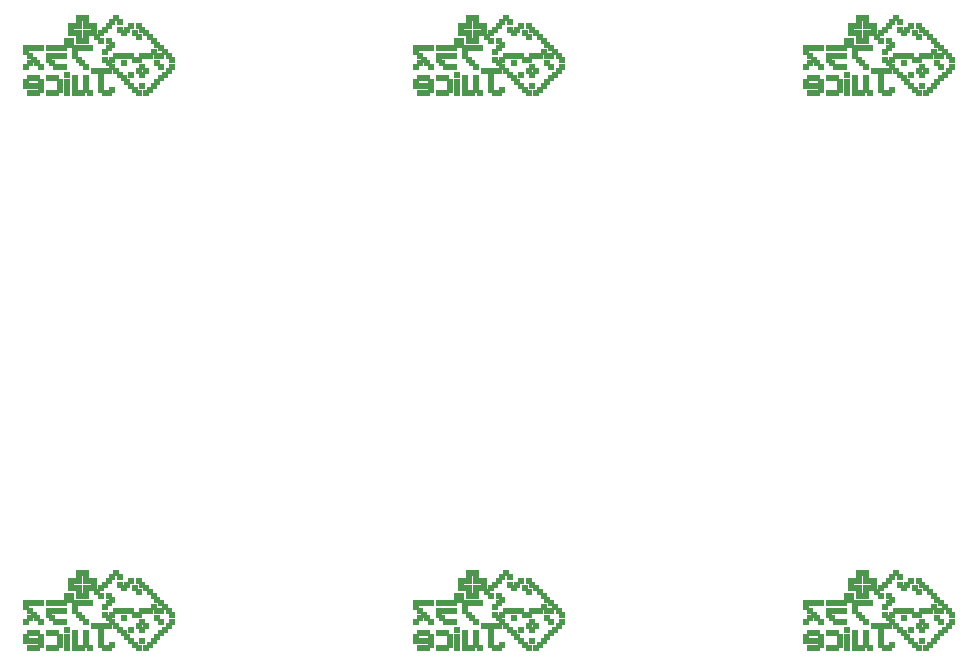
<source format=gbr>
%FSLAX34Y34*%
%MOMM*%
%LNSMDMASK_TOP*%
G71*
G01*
%ADD10R, 0.47X0.47*%
%LPD*%
X323850Y946150D02*
G54D10*
D03*
X320675Y942975D02*
G54D10*
D03*
X317500Y939800D02*
G54D10*
D03*
X314325Y936625D02*
G54D10*
D03*
X323850Y952500D02*
G54D10*
D03*
X320675Y955675D02*
G54D10*
D03*
X317500Y958850D02*
G54D10*
D03*
X314325Y962025D02*
G54D10*
D03*
X311150Y965200D02*
G54D10*
D03*
X311150Y933450D02*
G54D10*
D03*
X307975Y930275D02*
G54D10*
D03*
X304800Y927100D02*
G54D10*
D03*
X301625Y923925D02*
G54D10*
D03*
X295275Y923925D02*
G54D10*
D03*
X292100Y927100D02*
G54D10*
D03*
X288925Y930275D02*
G54D10*
D03*
X285750Y933450D02*
G54D10*
D03*
X282575Y936625D02*
G54D10*
D03*
X279400Y939800D02*
G54D10*
D03*
X276225Y942975D02*
G54D10*
D03*
X273050Y946150D02*
G54D10*
D03*
X269875Y949325D02*
G54D10*
D03*
X307975Y968375D02*
G54D10*
D03*
X304800Y971550D02*
G54D10*
D03*
X301625Y974725D02*
G54D10*
D03*
X298450Y977900D02*
G54D10*
D03*
X282575Y974725D02*
G54D10*
D03*
X273050Y965200D02*
G54D10*
D03*
X269875Y968375D02*
G54D10*
D03*
X279400Y977900D02*
G54D10*
D03*
X279400Y984250D02*
G54D10*
D03*
X276225Y987425D02*
G54D10*
D03*
X273050Y984250D02*
G54D10*
D03*
X269875Y981075D02*
G54D10*
D03*
X266700Y977900D02*
G54D10*
D03*
X263525Y974725D02*
G54D10*
D03*
X260350Y971550D02*
G54D10*
D03*
X263525Y968375D02*
G54D10*
D03*
X314325Y955675D02*
G54D10*
D03*
X311150Y955675D02*
G54D10*
D03*
X307975Y958850D02*
G54D10*
D03*
X304800Y955675D02*
G54D10*
D03*
X301625Y955675D02*
G54D10*
D03*
X298450Y955675D02*
G54D10*
D03*
X295275Y952500D02*
G54D10*
D03*
X292100Y952500D02*
G54D10*
D03*
X288925Y955675D02*
G54D10*
D03*
X285750Y955675D02*
G54D10*
D03*
X282575Y955675D02*
G54D10*
D03*
X279400Y955675D02*
G54D10*
D03*
X276225Y955675D02*
G54D10*
D03*
X273050Y952500D02*
G54D10*
D03*
X257175Y981075D02*
G54D10*
D03*
X257175Y977900D02*
G54D10*
D03*
X257175Y974725D02*
G54D10*
D03*
X254000Y974725D02*
G54D10*
D03*
X254000Y981075D02*
G54D10*
D03*
X250825Y981075D02*
G54D10*
D03*
X250825Y984250D02*
G54D10*
D03*
X250825Y987425D02*
G54D10*
D03*
X247650Y987425D02*
G54D10*
D03*
X244475Y987425D02*
G54D10*
D03*
X244475Y984250D02*
G54D10*
D03*
X244475Y981075D02*
G54D10*
D03*
X241300Y981075D02*
G54D10*
D03*
X238125Y981075D02*
G54D10*
D03*
X238125Y977900D02*
G54D10*
D03*
X238125Y974725D02*
G54D10*
D03*
X241300Y974725D02*
G54D10*
D03*
X244475Y974725D02*
G54D10*
D03*
X250825Y974725D02*
G54D10*
D03*
X250825Y971550D02*
G54D10*
D03*
X250825Y968375D02*
G54D10*
D03*
X247650Y968375D02*
G54D10*
D03*
X244475Y968375D02*
G54D10*
D03*
X244475Y971550D02*
G54D10*
D03*
X295275Y981075D02*
G54D10*
D03*
X288925Y981075D02*
G54D10*
D03*
X285750Y977900D02*
G54D10*
D03*
X269875Y962025D02*
G54D10*
D03*
X266700Y958850D02*
G54D10*
D03*
X266700Y952500D02*
G54D10*
D03*
X269875Y942975D02*
G54D10*
D03*
X266700Y942975D02*
G54D10*
D03*
X263525Y942975D02*
G54D10*
D03*
X260350Y942975D02*
G54D10*
D03*
X257175Y942975D02*
G54D10*
D03*
X263525Y939800D02*
G54D10*
D03*
X263525Y936625D02*
G54D10*
D03*
X263525Y933450D02*
G54D10*
D03*
X263525Y930275D02*
G54D10*
D03*
X263525Y927100D02*
G54D10*
D03*
X266700Y923925D02*
G54D10*
D03*
X269875Y923925D02*
G54D10*
D03*
X273050Y927100D02*
G54D10*
D03*
X254000Y923925D02*
G54D10*
D03*
X250825Y927100D02*
G54D10*
D03*
X250825Y930275D02*
G54D10*
D03*
X250825Y933450D02*
G54D10*
D03*
X250825Y936625D02*
G54D10*
D03*
X247650Y923925D02*
G54D10*
D03*
X244475Y923925D02*
G54D10*
D03*
X241300Y923925D02*
G54D10*
D03*
X241300Y927100D02*
G54D10*
D03*
X241300Y930275D02*
G54D10*
D03*
X241300Y933450D02*
G54D10*
D03*
X241300Y936625D02*
G54D10*
D03*
X234950Y939800D02*
G54D10*
D03*
X234950Y933450D02*
G54D10*
D03*
X234950Y930275D02*
G54D10*
D03*
X234950Y927100D02*
G54D10*
D03*
X234950Y923925D02*
G54D10*
D03*
X228600Y927100D02*
G54D10*
D03*
X228600Y930275D02*
G54D10*
D03*
X228600Y933450D02*
G54D10*
D03*
X225425Y936625D02*
G54D10*
D03*
X222250Y936625D02*
G54D10*
D03*
X225425Y923925D02*
G54D10*
D03*
X222250Y923925D02*
G54D10*
D03*
X219075Y923925D02*
G54D10*
D03*
X219075Y936625D02*
G54D10*
D03*
X212725Y927100D02*
G54D10*
D03*
X212725Y930275D02*
G54D10*
D03*
X212725Y933450D02*
G54D10*
D03*
X209550Y936625D02*
G54D10*
D03*
X206375Y936625D02*
G54D10*
D03*
X203200Y936625D02*
G54D10*
D03*
X209550Y923925D02*
G54D10*
D03*
X206375Y923925D02*
G54D10*
D03*
X203200Y923925D02*
G54D10*
D03*
X200025Y933450D02*
G54D10*
D03*
X200025Y930275D02*
G54D10*
D03*
X203200Y930275D02*
G54D10*
D03*
X206375Y930275D02*
G54D10*
D03*
X209550Y930275D02*
G54D10*
D03*
X301625Y942975D02*
G54D10*
D03*
X298450Y939800D02*
G54D10*
D03*
X295275Y942975D02*
G54D10*
D03*
X298450Y946150D02*
G54D10*
D03*
X288925Y939800D02*
G54D10*
D03*
X311150Y949325D02*
G54D10*
D03*
X282575Y949325D02*
G54D10*
D03*
X298450Y930275D02*
G54D10*
D03*
X314325Y946150D02*
G54D10*
D03*
X254000Y962025D02*
G54D10*
D03*
X250825Y962025D02*
G54D10*
D03*
X247650Y962025D02*
G54D10*
D03*
X244475Y962025D02*
G54D10*
D03*
X241300Y962025D02*
G54D10*
D03*
X241300Y958850D02*
G54D10*
D03*
X241300Y955675D02*
G54D10*
D03*
X244475Y952500D02*
G54D10*
D03*
X247650Y949325D02*
G54D10*
D03*
X250825Y946150D02*
G54D10*
D03*
X238125Y968375D02*
G54D10*
D03*
X238125Y965200D02*
G54D10*
D03*
X234950Y965200D02*
G54D10*
D03*
X234950Y968375D02*
G54D10*
D03*
X231775Y962025D02*
G54D10*
D03*
X228600Y962025D02*
G54D10*
D03*
X225425Y962025D02*
G54D10*
D03*
X222250Y962025D02*
G54D10*
D03*
X219075Y962025D02*
G54D10*
D03*
X231775Y955675D02*
G54D10*
D03*
X228600Y955675D02*
G54D10*
D03*
X225425Y955675D02*
G54D10*
D03*
X222250Y955675D02*
G54D10*
D03*
X219075Y955675D02*
G54D10*
D03*
X219075Y952500D02*
G54D10*
D03*
X222250Y949325D02*
G54D10*
D03*
X225425Y946150D02*
G54D10*
D03*
X231775Y946150D02*
G54D10*
D03*
X228600Y946150D02*
G54D10*
D03*
X212725Y962025D02*
G54D10*
D03*
X209550Y962025D02*
G54D10*
D03*
X206375Y962025D02*
G54D10*
D03*
X203200Y962025D02*
G54D10*
D03*
X200025Y962025D02*
G54D10*
D03*
X200025Y958850D02*
G54D10*
D03*
X203200Y955675D02*
G54D10*
D03*
X206375Y952500D02*
G54D10*
D03*
X209550Y949325D02*
G54D10*
D03*
X212725Y946150D02*
G54D10*
D03*
X203200Y949325D02*
G54D10*
D03*
X200025Y946150D02*
G54D10*
D03*
X292100Y974725D02*
G54D10*
D03*
X295275Y971550D02*
G54D10*
D03*
X654050Y946150D02*
G54D10*
D03*
X650875Y942975D02*
G54D10*
D03*
X647700Y939800D02*
G54D10*
D03*
X644525Y936625D02*
G54D10*
D03*
X654050Y952500D02*
G54D10*
D03*
X650875Y955675D02*
G54D10*
D03*
X647700Y958850D02*
G54D10*
D03*
X644525Y962025D02*
G54D10*
D03*
X641350Y965200D02*
G54D10*
D03*
X641350Y933450D02*
G54D10*
D03*
X638175Y930275D02*
G54D10*
D03*
X635000Y927100D02*
G54D10*
D03*
X631825Y923925D02*
G54D10*
D03*
X625475Y923925D02*
G54D10*
D03*
X622300Y927100D02*
G54D10*
D03*
X619125Y930275D02*
G54D10*
D03*
X615950Y933450D02*
G54D10*
D03*
X612775Y936625D02*
G54D10*
D03*
X609600Y939800D02*
G54D10*
D03*
X606425Y942975D02*
G54D10*
D03*
X603250Y946150D02*
G54D10*
D03*
X600075Y949325D02*
G54D10*
D03*
X638175Y968375D02*
G54D10*
D03*
X635000Y971550D02*
G54D10*
D03*
X631825Y974725D02*
G54D10*
D03*
X628650Y977900D02*
G54D10*
D03*
X612775Y974725D02*
G54D10*
D03*
X603250Y965200D02*
G54D10*
D03*
X600075Y968375D02*
G54D10*
D03*
X609600Y977900D02*
G54D10*
D03*
X609600Y984250D02*
G54D10*
D03*
X606425Y987425D02*
G54D10*
D03*
X603250Y984250D02*
G54D10*
D03*
X600075Y981075D02*
G54D10*
D03*
X596900Y977900D02*
G54D10*
D03*
X593725Y974725D02*
G54D10*
D03*
X590550Y971550D02*
G54D10*
D03*
X593725Y968375D02*
G54D10*
D03*
X644525Y955675D02*
G54D10*
D03*
X641350Y955675D02*
G54D10*
D03*
X638175Y958850D02*
G54D10*
D03*
X635000Y955675D02*
G54D10*
D03*
X631825Y955675D02*
G54D10*
D03*
X628650Y955675D02*
G54D10*
D03*
X625475Y952500D02*
G54D10*
D03*
X622300Y952500D02*
G54D10*
D03*
X619125Y955675D02*
G54D10*
D03*
X615950Y955675D02*
G54D10*
D03*
X612775Y955675D02*
G54D10*
D03*
X609600Y955675D02*
G54D10*
D03*
X606425Y955675D02*
G54D10*
D03*
X603250Y952500D02*
G54D10*
D03*
X587375Y981075D02*
G54D10*
D03*
X587375Y977900D02*
G54D10*
D03*
X587375Y974725D02*
G54D10*
D03*
X584200Y974725D02*
G54D10*
D03*
X584200Y981075D02*
G54D10*
D03*
X581025Y981075D02*
G54D10*
D03*
X581025Y984250D02*
G54D10*
D03*
X581025Y987425D02*
G54D10*
D03*
X577850Y987425D02*
G54D10*
D03*
X574675Y987425D02*
G54D10*
D03*
X574675Y984250D02*
G54D10*
D03*
X574675Y981075D02*
G54D10*
D03*
X571500Y981075D02*
G54D10*
D03*
X568325Y981075D02*
G54D10*
D03*
X568325Y977900D02*
G54D10*
D03*
X568325Y974725D02*
G54D10*
D03*
X571500Y974725D02*
G54D10*
D03*
X574675Y974725D02*
G54D10*
D03*
X581025Y974725D02*
G54D10*
D03*
X581025Y971550D02*
G54D10*
D03*
X581025Y968375D02*
G54D10*
D03*
X577850Y968375D02*
G54D10*
D03*
X574675Y968375D02*
G54D10*
D03*
X574675Y971550D02*
G54D10*
D03*
X625475Y981075D02*
G54D10*
D03*
X619125Y981075D02*
G54D10*
D03*
X615950Y977900D02*
G54D10*
D03*
X600075Y962025D02*
G54D10*
D03*
X596900Y958850D02*
G54D10*
D03*
X596900Y952500D02*
G54D10*
D03*
X600075Y942975D02*
G54D10*
D03*
X596900Y942975D02*
G54D10*
D03*
X593725Y942975D02*
G54D10*
D03*
X590550Y942975D02*
G54D10*
D03*
X587375Y942975D02*
G54D10*
D03*
X593725Y939800D02*
G54D10*
D03*
X593725Y936625D02*
G54D10*
D03*
X593725Y933450D02*
G54D10*
D03*
X593725Y930275D02*
G54D10*
D03*
X593725Y927100D02*
G54D10*
D03*
X596900Y923925D02*
G54D10*
D03*
X600075Y923925D02*
G54D10*
D03*
X603250Y927100D02*
G54D10*
D03*
X584200Y923925D02*
G54D10*
D03*
X581025Y927100D02*
G54D10*
D03*
X581025Y930275D02*
G54D10*
D03*
X581025Y933450D02*
G54D10*
D03*
X581025Y936625D02*
G54D10*
D03*
X577850Y923925D02*
G54D10*
D03*
X574675Y923925D02*
G54D10*
D03*
X571500Y923925D02*
G54D10*
D03*
X571500Y927100D02*
G54D10*
D03*
X571500Y930275D02*
G54D10*
D03*
X571500Y933450D02*
G54D10*
D03*
X571500Y936625D02*
G54D10*
D03*
X565150Y939800D02*
G54D10*
D03*
X565150Y933450D02*
G54D10*
D03*
X565150Y930275D02*
G54D10*
D03*
X565150Y927100D02*
G54D10*
D03*
X565150Y923925D02*
G54D10*
D03*
X558800Y927100D02*
G54D10*
D03*
X558800Y930275D02*
G54D10*
D03*
X558800Y933450D02*
G54D10*
D03*
X555625Y936625D02*
G54D10*
D03*
X552450Y936625D02*
G54D10*
D03*
X555625Y923925D02*
G54D10*
D03*
X552450Y923925D02*
G54D10*
D03*
X549275Y923925D02*
G54D10*
D03*
X549275Y936625D02*
G54D10*
D03*
X542925Y927100D02*
G54D10*
D03*
X542925Y930275D02*
G54D10*
D03*
X542925Y933450D02*
G54D10*
D03*
X539750Y936625D02*
G54D10*
D03*
X536575Y936625D02*
G54D10*
D03*
X533400Y936625D02*
G54D10*
D03*
X539750Y923925D02*
G54D10*
D03*
X536575Y923925D02*
G54D10*
D03*
X533400Y923925D02*
G54D10*
D03*
X530225Y933450D02*
G54D10*
D03*
X530225Y930275D02*
G54D10*
D03*
X533400Y930275D02*
G54D10*
D03*
X536575Y930275D02*
G54D10*
D03*
X539750Y930275D02*
G54D10*
D03*
X631825Y942975D02*
G54D10*
D03*
X628650Y939800D02*
G54D10*
D03*
X625475Y942975D02*
G54D10*
D03*
X628650Y946150D02*
G54D10*
D03*
X619125Y939800D02*
G54D10*
D03*
X641350Y949325D02*
G54D10*
D03*
X612775Y949325D02*
G54D10*
D03*
X628650Y930275D02*
G54D10*
D03*
X644525Y946150D02*
G54D10*
D03*
X584200Y962025D02*
G54D10*
D03*
X581025Y962025D02*
G54D10*
D03*
X577850Y962025D02*
G54D10*
D03*
X574675Y962025D02*
G54D10*
D03*
X571500Y962025D02*
G54D10*
D03*
X571500Y958850D02*
G54D10*
D03*
X571500Y955675D02*
G54D10*
D03*
X574675Y952500D02*
G54D10*
D03*
X577850Y949325D02*
G54D10*
D03*
X581025Y946150D02*
G54D10*
D03*
X568325Y968375D02*
G54D10*
D03*
X568325Y965200D02*
G54D10*
D03*
X565150Y965200D02*
G54D10*
D03*
X565150Y968375D02*
G54D10*
D03*
X561975Y962025D02*
G54D10*
D03*
X558800Y962025D02*
G54D10*
D03*
X555625Y962025D02*
G54D10*
D03*
X552450Y962025D02*
G54D10*
D03*
X549275Y962025D02*
G54D10*
D03*
X561975Y955675D02*
G54D10*
D03*
X558800Y955675D02*
G54D10*
D03*
X555625Y955675D02*
G54D10*
D03*
X552450Y955675D02*
G54D10*
D03*
X549275Y955675D02*
G54D10*
D03*
X549275Y952500D02*
G54D10*
D03*
X552450Y949325D02*
G54D10*
D03*
X555625Y946150D02*
G54D10*
D03*
X561975Y946150D02*
G54D10*
D03*
X558800Y946150D02*
G54D10*
D03*
X542925Y962025D02*
G54D10*
D03*
X539750Y962025D02*
G54D10*
D03*
X536575Y962025D02*
G54D10*
D03*
X533400Y962025D02*
G54D10*
D03*
X530225Y962025D02*
G54D10*
D03*
X530225Y958850D02*
G54D10*
D03*
X533400Y955675D02*
G54D10*
D03*
X536575Y952500D02*
G54D10*
D03*
X539750Y949325D02*
G54D10*
D03*
X542925Y946150D02*
G54D10*
D03*
X533400Y949325D02*
G54D10*
D03*
X530225Y946150D02*
G54D10*
D03*
X622300Y974725D02*
G54D10*
D03*
X625475Y971550D02*
G54D10*
D03*
X984250Y946150D02*
G54D10*
D03*
X981075Y942975D02*
G54D10*
D03*
X977900Y939800D02*
G54D10*
D03*
X974725Y936625D02*
G54D10*
D03*
X984250Y952500D02*
G54D10*
D03*
X981075Y955675D02*
G54D10*
D03*
X977900Y958850D02*
G54D10*
D03*
X974725Y962025D02*
G54D10*
D03*
X971550Y965200D02*
G54D10*
D03*
X971550Y933450D02*
G54D10*
D03*
X968375Y930275D02*
G54D10*
D03*
X965200Y927100D02*
G54D10*
D03*
X962025Y923925D02*
G54D10*
D03*
X955675Y923925D02*
G54D10*
D03*
X952500Y927100D02*
G54D10*
D03*
X949325Y930275D02*
G54D10*
D03*
X946150Y933450D02*
G54D10*
D03*
X942975Y936625D02*
G54D10*
D03*
X939800Y939800D02*
G54D10*
D03*
X936625Y942975D02*
G54D10*
D03*
X933450Y946150D02*
G54D10*
D03*
X930275Y949325D02*
G54D10*
D03*
X968375Y968375D02*
G54D10*
D03*
X965200Y971550D02*
G54D10*
D03*
X962025Y974725D02*
G54D10*
D03*
X958850Y977900D02*
G54D10*
D03*
X942975Y974725D02*
G54D10*
D03*
X933450Y965200D02*
G54D10*
D03*
X930275Y968375D02*
G54D10*
D03*
X939800Y977900D02*
G54D10*
D03*
X939800Y984250D02*
G54D10*
D03*
X936625Y987425D02*
G54D10*
D03*
X933450Y984250D02*
G54D10*
D03*
X930275Y981075D02*
G54D10*
D03*
X927100Y977900D02*
G54D10*
D03*
X923925Y974725D02*
G54D10*
D03*
X920750Y971550D02*
G54D10*
D03*
X923925Y968375D02*
G54D10*
D03*
X974725Y955675D02*
G54D10*
D03*
X971550Y955675D02*
G54D10*
D03*
X968375Y958850D02*
G54D10*
D03*
X965200Y955675D02*
G54D10*
D03*
X962025Y955675D02*
G54D10*
D03*
X958850Y955675D02*
G54D10*
D03*
X955675Y952500D02*
G54D10*
D03*
X952500Y952500D02*
G54D10*
D03*
X949325Y955675D02*
G54D10*
D03*
X946150Y955675D02*
G54D10*
D03*
X942975Y955675D02*
G54D10*
D03*
X939800Y955675D02*
G54D10*
D03*
X936625Y955675D02*
G54D10*
D03*
X933450Y952500D02*
G54D10*
D03*
X917575Y981075D02*
G54D10*
D03*
X917575Y977900D02*
G54D10*
D03*
X917575Y974725D02*
G54D10*
D03*
X914400Y974725D02*
G54D10*
D03*
X914400Y981075D02*
G54D10*
D03*
X911225Y981075D02*
G54D10*
D03*
X911225Y984250D02*
G54D10*
D03*
X911225Y987425D02*
G54D10*
D03*
X908050Y987425D02*
G54D10*
D03*
X904875Y987425D02*
G54D10*
D03*
X904875Y984250D02*
G54D10*
D03*
X904875Y981075D02*
G54D10*
D03*
X901700Y981075D02*
G54D10*
D03*
X898525Y981075D02*
G54D10*
D03*
X898525Y977900D02*
G54D10*
D03*
X898525Y974725D02*
G54D10*
D03*
X901700Y974725D02*
G54D10*
D03*
X904875Y974725D02*
G54D10*
D03*
X911225Y974725D02*
G54D10*
D03*
X911225Y971550D02*
G54D10*
D03*
X911225Y968375D02*
G54D10*
D03*
X908050Y968375D02*
G54D10*
D03*
X904875Y968375D02*
G54D10*
D03*
X904875Y971550D02*
G54D10*
D03*
X955675Y981075D02*
G54D10*
D03*
X949325Y981075D02*
G54D10*
D03*
X946150Y977900D02*
G54D10*
D03*
X930275Y962025D02*
G54D10*
D03*
X927100Y958850D02*
G54D10*
D03*
X927100Y952500D02*
G54D10*
D03*
X930275Y942975D02*
G54D10*
D03*
X927100Y942975D02*
G54D10*
D03*
X923925Y942975D02*
G54D10*
D03*
X920750Y942975D02*
G54D10*
D03*
X917575Y942975D02*
G54D10*
D03*
X923925Y939800D02*
G54D10*
D03*
X923925Y936625D02*
G54D10*
D03*
X923925Y933450D02*
G54D10*
D03*
X923925Y930275D02*
G54D10*
D03*
X923925Y927100D02*
G54D10*
D03*
X927100Y923925D02*
G54D10*
D03*
X930275Y923925D02*
G54D10*
D03*
X933450Y927100D02*
G54D10*
D03*
X914400Y923925D02*
G54D10*
D03*
X911225Y927100D02*
G54D10*
D03*
X911225Y930275D02*
G54D10*
D03*
X911225Y933450D02*
G54D10*
D03*
X911225Y936625D02*
G54D10*
D03*
X908050Y923925D02*
G54D10*
D03*
X904875Y923925D02*
G54D10*
D03*
X901700Y923925D02*
G54D10*
D03*
X901700Y927100D02*
G54D10*
D03*
X901700Y930275D02*
G54D10*
D03*
X901700Y933450D02*
G54D10*
D03*
X901700Y936625D02*
G54D10*
D03*
X895350Y939800D02*
G54D10*
D03*
X895350Y933450D02*
G54D10*
D03*
X895350Y930275D02*
G54D10*
D03*
X895350Y927100D02*
G54D10*
D03*
X895350Y923925D02*
G54D10*
D03*
X889000Y927100D02*
G54D10*
D03*
X889000Y930275D02*
G54D10*
D03*
X889000Y933450D02*
G54D10*
D03*
X885825Y936625D02*
G54D10*
D03*
X882650Y936625D02*
G54D10*
D03*
X885825Y923925D02*
G54D10*
D03*
X882650Y923925D02*
G54D10*
D03*
X879475Y923925D02*
G54D10*
D03*
X879475Y936625D02*
G54D10*
D03*
X873125Y927100D02*
G54D10*
D03*
X873125Y930275D02*
G54D10*
D03*
X873125Y933450D02*
G54D10*
D03*
X869950Y936625D02*
G54D10*
D03*
X866775Y936625D02*
G54D10*
D03*
X863600Y936625D02*
G54D10*
D03*
X869950Y923925D02*
G54D10*
D03*
X866775Y923925D02*
G54D10*
D03*
X863600Y923925D02*
G54D10*
D03*
X860425Y933450D02*
G54D10*
D03*
X860425Y930275D02*
G54D10*
D03*
X863600Y930275D02*
G54D10*
D03*
X866775Y930275D02*
G54D10*
D03*
X869950Y930275D02*
G54D10*
D03*
X962025Y942975D02*
G54D10*
D03*
X958850Y939800D02*
G54D10*
D03*
X955675Y942975D02*
G54D10*
D03*
X958850Y946150D02*
G54D10*
D03*
X949325Y939800D02*
G54D10*
D03*
X971550Y949325D02*
G54D10*
D03*
X942975Y949325D02*
G54D10*
D03*
X958850Y930275D02*
G54D10*
D03*
X974725Y946150D02*
G54D10*
D03*
X914400Y962025D02*
G54D10*
D03*
X911225Y962025D02*
G54D10*
D03*
X908050Y962025D02*
G54D10*
D03*
X904875Y962025D02*
G54D10*
D03*
X901700Y962025D02*
G54D10*
D03*
X901700Y958850D02*
G54D10*
D03*
X901700Y955675D02*
G54D10*
D03*
X904875Y952500D02*
G54D10*
D03*
X908050Y949325D02*
G54D10*
D03*
X911225Y946150D02*
G54D10*
D03*
X898525Y968375D02*
G54D10*
D03*
X898525Y965200D02*
G54D10*
D03*
X895350Y965200D02*
G54D10*
D03*
X895350Y968375D02*
G54D10*
D03*
X892175Y962025D02*
G54D10*
D03*
X889000Y962025D02*
G54D10*
D03*
X885825Y962025D02*
G54D10*
D03*
X882650Y962025D02*
G54D10*
D03*
X879475Y962025D02*
G54D10*
D03*
X892175Y955675D02*
G54D10*
D03*
X889000Y955675D02*
G54D10*
D03*
X885825Y955675D02*
G54D10*
D03*
X882650Y955675D02*
G54D10*
D03*
X879475Y955675D02*
G54D10*
D03*
X879475Y952500D02*
G54D10*
D03*
X882650Y949325D02*
G54D10*
D03*
X885825Y946150D02*
G54D10*
D03*
X892175Y946150D02*
G54D10*
D03*
X889000Y946150D02*
G54D10*
D03*
X873125Y962025D02*
G54D10*
D03*
X869950Y962025D02*
G54D10*
D03*
X866775Y962025D02*
G54D10*
D03*
X863600Y962025D02*
G54D10*
D03*
X860425Y962025D02*
G54D10*
D03*
X860425Y958850D02*
G54D10*
D03*
X863600Y955675D02*
G54D10*
D03*
X866775Y952500D02*
G54D10*
D03*
X869950Y949325D02*
G54D10*
D03*
X873125Y946150D02*
G54D10*
D03*
X863600Y949325D02*
G54D10*
D03*
X860425Y946150D02*
G54D10*
D03*
X952500Y974725D02*
G54D10*
D03*
X955675Y971550D02*
G54D10*
D03*
X323850Y476250D02*
G54D10*
D03*
X320675Y473075D02*
G54D10*
D03*
X317500Y469900D02*
G54D10*
D03*
X314325Y466725D02*
G54D10*
D03*
X323850Y482600D02*
G54D10*
D03*
X320675Y485775D02*
G54D10*
D03*
X317500Y488950D02*
G54D10*
D03*
X314325Y492125D02*
G54D10*
D03*
X311150Y495300D02*
G54D10*
D03*
X311150Y463550D02*
G54D10*
D03*
X307975Y460375D02*
G54D10*
D03*
X304800Y457200D02*
G54D10*
D03*
X301625Y454025D02*
G54D10*
D03*
X295275Y454025D02*
G54D10*
D03*
X292100Y457200D02*
G54D10*
D03*
X288925Y460375D02*
G54D10*
D03*
X285750Y463550D02*
G54D10*
D03*
X282575Y466725D02*
G54D10*
D03*
X279400Y469900D02*
G54D10*
D03*
X276225Y473075D02*
G54D10*
D03*
X273050Y476250D02*
G54D10*
D03*
X269875Y479425D02*
G54D10*
D03*
X307975Y498475D02*
G54D10*
D03*
X304800Y501650D02*
G54D10*
D03*
X301625Y504825D02*
G54D10*
D03*
X298450Y508000D02*
G54D10*
D03*
X282575Y504825D02*
G54D10*
D03*
X273050Y495300D02*
G54D10*
D03*
X269875Y498475D02*
G54D10*
D03*
X279400Y508000D02*
G54D10*
D03*
X279400Y514350D02*
G54D10*
D03*
X276225Y517525D02*
G54D10*
D03*
X273050Y514350D02*
G54D10*
D03*
X269875Y511175D02*
G54D10*
D03*
X266700Y508000D02*
G54D10*
D03*
X263525Y504825D02*
G54D10*
D03*
X260350Y501650D02*
G54D10*
D03*
X263525Y498475D02*
G54D10*
D03*
X314325Y485775D02*
G54D10*
D03*
X311150Y485775D02*
G54D10*
D03*
X307975Y488950D02*
G54D10*
D03*
X304800Y485775D02*
G54D10*
D03*
X301625Y485775D02*
G54D10*
D03*
X298450Y485775D02*
G54D10*
D03*
X295275Y482600D02*
G54D10*
D03*
X292100Y482600D02*
G54D10*
D03*
X288925Y485775D02*
G54D10*
D03*
X285750Y485775D02*
G54D10*
D03*
X282575Y485775D02*
G54D10*
D03*
X279400Y485775D02*
G54D10*
D03*
X276225Y485775D02*
G54D10*
D03*
X273050Y482600D02*
G54D10*
D03*
X257175Y511175D02*
G54D10*
D03*
X257175Y508000D02*
G54D10*
D03*
X257175Y504825D02*
G54D10*
D03*
X254000Y504825D02*
G54D10*
D03*
X254000Y511175D02*
G54D10*
D03*
X250825Y511175D02*
G54D10*
D03*
X250825Y514350D02*
G54D10*
D03*
X250825Y517525D02*
G54D10*
D03*
X247650Y517525D02*
G54D10*
D03*
X244475Y517525D02*
G54D10*
D03*
X244475Y514350D02*
G54D10*
D03*
X244475Y511175D02*
G54D10*
D03*
X241300Y511175D02*
G54D10*
D03*
X238125Y511175D02*
G54D10*
D03*
X238125Y508000D02*
G54D10*
D03*
X238125Y504825D02*
G54D10*
D03*
X241300Y504825D02*
G54D10*
D03*
X244475Y504825D02*
G54D10*
D03*
X250825Y504825D02*
G54D10*
D03*
X250825Y501650D02*
G54D10*
D03*
X250825Y498475D02*
G54D10*
D03*
X247650Y498475D02*
G54D10*
D03*
X244475Y498475D02*
G54D10*
D03*
X244475Y501650D02*
G54D10*
D03*
X295275Y511175D02*
G54D10*
D03*
X288925Y511175D02*
G54D10*
D03*
X285750Y508000D02*
G54D10*
D03*
X269875Y492125D02*
G54D10*
D03*
X266700Y488950D02*
G54D10*
D03*
X266700Y482600D02*
G54D10*
D03*
X269875Y473075D02*
G54D10*
D03*
X266700Y473075D02*
G54D10*
D03*
X263525Y473075D02*
G54D10*
D03*
X260350Y473075D02*
G54D10*
D03*
X257175Y473075D02*
G54D10*
D03*
X263525Y469900D02*
G54D10*
D03*
X263525Y466725D02*
G54D10*
D03*
X263525Y463550D02*
G54D10*
D03*
X263525Y460375D02*
G54D10*
D03*
X263525Y457200D02*
G54D10*
D03*
X266700Y454025D02*
G54D10*
D03*
X269875Y454025D02*
G54D10*
D03*
X273050Y457200D02*
G54D10*
D03*
X254000Y454025D02*
G54D10*
D03*
X250825Y457200D02*
G54D10*
D03*
X250825Y460375D02*
G54D10*
D03*
X250825Y463550D02*
G54D10*
D03*
X250825Y466725D02*
G54D10*
D03*
X247650Y454025D02*
G54D10*
D03*
X244475Y454025D02*
G54D10*
D03*
X241300Y454025D02*
G54D10*
D03*
X241300Y457200D02*
G54D10*
D03*
X241300Y460375D02*
G54D10*
D03*
X241300Y463550D02*
G54D10*
D03*
X241300Y466725D02*
G54D10*
D03*
X234950Y469900D02*
G54D10*
D03*
X234950Y463550D02*
G54D10*
D03*
X234950Y460375D02*
G54D10*
D03*
X234950Y457200D02*
G54D10*
D03*
X234950Y454025D02*
G54D10*
D03*
X228600Y457200D02*
G54D10*
D03*
X228600Y460375D02*
G54D10*
D03*
X228600Y463550D02*
G54D10*
D03*
X225425Y466725D02*
G54D10*
D03*
X222250Y466725D02*
G54D10*
D03*
X225425Y454025D02*
G54D10*
D03*
X222250Y454025D02*
G54D10*
D03*
X219075Y454025D02*
G54D10*
D03*
X219075Y466725D02*
G54D10*
D03*
X212725Y457200D02*
G54D10*
D03*
X212725Y460375D02*
G54D10*
D03*
X212725Y463550D02*
G54D10*
D03*
X209550Y466725D02*
G54D10*
D03*
X206375Y466725D02*
G54D10*
D03*
X203200Y466725D02*
G54D10*
D03*
X209550Y454025D02*
G54D10*
D03*
X206375Y454025D02*
G54D10*
D03*
X203200Y454025D02*
G54D10*
D03*
X200025Y463550D02*
G54D10*
D03*
X200025Y460375D02*
G54D10*
D03*
X203200Y460375D02*
G54D10*
D03*
X206375Y460375D02*
G54D10*
D03*
X209550Y460375D02*
G54D10*
D03*
X301625Y473075D02*
G54D10*
D03*
X298450Y469900D02*
G54D10*
D03*
X295275Y473075D02*
G54D10*
D03*
X298450Y476250D02*
G54D10*
D03*
X288925Y469900D02*
G54D10*
D03*
X311150Y479425D02*
G54D10*
D03*
X282575Y479425D02*
G54D10*
D03*
X298450Y460375D02*
G54D10*
D03*
X314325Y476250D02*
G54D10*
D03*
X254000Y492125D02*
G54D10*
D03*
X250825Y492125D02*
G54D10*
D03*
X247650Y492125D02*
G54D10*
D03*
X244475Y492125D02*
G54D10*
D03*
X241300Y492125D02*
G54D10*
D03*
X241300Y488950D02*
G54D10*
D03*
X241300Y485775D02*
G54D10*
D03*
X244475Y482600D02*
G54D10*
D03*
X247650Y479425D02*
G54D10*
D03*
X250825Y476250D02*
G54D10*
D03*
X238125Y498475D02*
G54D10*
D03*
X238125Y495300D02*
G54D10*
D03*
X234950Y495300D02*
G54D10*
D03*
X234950Y498475D02*
G54D10*
D03*
X231775Y492125D02*
G54D10*
D03*
X228600Y492125D02*
G54D10*
D03*
X225425Y492125D02*
G54D10*
D03*
X222250Y492125D02*
G54D10*
D03*
X219075Y492125D02*
G54D10*
D03*
X231775Y485775D02*
G54D10*
D03*
X228600Y485775D02*
G54D10*
D03*
X225425Y485775D02*
G54D10*
D03*
X222250Y485775D02*
G54D10*
D03*
X219075Y485775D02*
G54D10*
D03*
X219075Y482600D02*
G54D10*
D03*
X222250Y479425D02*
G54D10*
D03*
X225425Y476250D02*
G54D10*
D03*
X231775Y476250D02*
G54D10*
D03*
X228600Y476250D02*
G54D10*
D03*
X212725Y492125D02*
G54D10*
D03*
X209550Y492125D02*
G54D10*
D03*
X206375Y492125D02*
G54D10*
D03*
X203200Y492125D02*
G54D10*
D03*
X200025Y492125D02*
G54D10*
D03*
X200025Y488950D02*
G54D10*
D03*
X203200Y485775D02*
G54D10*
D03*
X206375Y482600D02*
G54D10*
D03*
X209550Y479425D02*
G54D10*
D03*
X212725Y476250D02*
G54D10*
D03*
X203200Y479425D02*
G54D10*
D03*
X200025Y476250D02*
G54D10*
D03*
X292100Y504825D02*
G54D10*
D03*
X295275Y501650D02*
G54D10*
D03*
X654050Y476250D02*
G54D10*
D03*
X650875Y473075D02*
G54D10*
D03*
X647700Y469900D02*
G54D10*
D03*
X644525Y466725D02*
G54D10*
D03*
X654050Y482600D02*
G54D10*
D03*
X650875Y485775D02*
G54D10*
D03*
X647700Y488950D02*
G54D10*
D03*
X644525Y492125D02*
G54D10*
D03*
X641350Y495300D02*
G54D10*
D03*
X641350Y463550D02*
G54D10*
D03*
X638175Y460375D02*
G54D10*
D03*
X635000Y457200D02*
G54D10*
D03*
X631825Y454025D02*
G54D10*
D03*
X625475Y454025D02*
G54D10*
D03*
X622300Y457200D02*
G54D10*
D03*
X619125Y460375D02*
G54D10*
D03*
X615950Y463550D02*
G54D10*
D03*
X612775Y466725D02*
G54D10*
D03*
X609600Y469900D02*
G54D10*
D03*
X606425Y473075D02*
G54D10*
D03*
X603250Y476250D02*
G54D10*
D03*
X600075Y479425D02*
G54D10*
D03*
X638175Y498475D02*
G54D10*
D03*
X635000Y501650D02*
G54D10*
D03*
X631825Y504825D02*
G54D10*
D03*
X628650Y508000D02*
G54D10*
D03*
X612775Y504825D02*
G54D10*
D03*
X603250Y495300D02*
G54D10*
D03*
X600075Y498475D02*
G54D10*
D03*
X609600Y508000D02*
G54D10*
D03*
X609600Y514350D02*
G54D10*
D03*
X606425Y517525D02*
G54D10*
D03*
X603250Y514350D02*
G54D10*
D03*
X600075Y511175D02*
G54D10*
D03*
X596900Y508000D02*
G54D10*
D03*
X593725Y504825D02*
G54D10*
D03*
X590550Y501650D02*
G54D10*
D03*
X593725Y498475D02*
G54D10*
D03*
X644525Y485775D02*
G54D10*
D03*
X641350Y485775D02*
G54D10*
D03*
X638175Y488950D02*
G54D10*
D03*
X635000Y485775D02*
G54D10*
D03*
X631825Y485775D02*
G54D10*
D03*
X628650Y485775D02*
G54D10*
D03*
X625475Y482600D02*
G54D10*
D03*
X622300Y482600D02*
G54D10*
D03*
X619125Y485775D02*
G54D10*
D03*
X615950Y485775D02*
G54D10*
D03*
X612775Y485775D02*
G54D10*
D03*
X609600Y485775D02*
G54D10*
D03*
X606425Y485775D02*
G54D10*
D03*
X603250Y482600D02*
G54D10*
D03*
X587375Y511175D02*
G54D10*
D03*
X587375Y508000D02*
G54D10*
D03*
X587375Y504825D02*
G54D10*
D03*
X584200Y504825D02*
G54D10*
D03*
X584200Y511175D02*
G54D10*
D03*
X581025Y511175D02*
G54D10*
D03*
X581025Y514350D02*
G54D10*
D03*
X581025Y517525D02*
G54D10*
D03*
X577850Y517525D02*
G54D10*
D03*
X574675Y517525D02*
G54D10*
D03*
X574675Y514350D02*
G54D10*
D03*
X574675Y511175D02*
G54D10*
D03*
X571500Y511175D02*
G54D10*
D03*
X568325Y511175D02*
G54D10*
D03*
X568325Y508000D02*
G54D10*
D03*
X568325Y504825D02*
G54D10*
D03*
X571500Y504825D02*
G54D10*
D03*
X574675Y504825D02*
G54D10*
D03*
X581025Y504825D02*
G54D10*
D03*
X581025Y501650D02*
G54D10*
D03*
X581025Y498475D02*
G54D10*
D03*
X577850Y498475D02*
G54D10*
D03*
X574675Y498475D02*
G54D10*
D03*
X574675Y501650D02*
G54D10*
D03*
X625475Y511175D02*
G54D10*
D03*
X619125Y511175D02*
G54D10*
D03*
X615950Y508000D02*
G54D10*
D03*
X600075Y492125D02*
G54D10*
D03*
X596900Y488950D02*
G54D10*
D03*
X596900Y482600D02*
G54D10*
D03*
X600075Y473075D02*
G54D10*
D03*
X596900Y473075D02*
G54D10*
D03*
X593725Y473075D02*
G54D10*
D03*
X590550Y473075D02*
G54D10*
D03*
X587375Y473075D02*
G54D10*
D03*
X593725Y469900D02*
G54D10*
D03*
X593725Y466725D02*
G54D10*
D03*
X593725Y463550D02*
G54D10*
D03*
X593725Y460375D02*
G54D10*
D03*
X593725Y457200D02*
G54D10*
D03*
X596900Y454025D02*
G54D10*
D03*
X600075Y454025D02*
G54D10*
D03*
X603250Y457200D02*
G54D10*
D03*
X584200Y454025D02*
G54D10*
D03*
X581025Y457200D02*
G54D10*
D03*
X581025Y460375D02*
G54D10*
D03*
X581025Y463550D02*
G54D10*
D03*
X581025Y466725D02*
G54D10*
D03*
X577850Y454025D02*
G54D10*
D03*
X574675Y454025D02*
G54D10*
D03*
X571500Y454025D02*
G54D10*
D03*
X571500Y457200D02*
G54D10*
D03*
X571500Y460375D02*
G54D10*
D03*
X571500Y463550D02*
G54D10*
D03*
X571500Y466725D02*
G54D10*
D03*
X565150Y469900D02*
G54D10*
D03*
X565150Y463550D02*
G54D10*
D03*
X565150Y460375D02*
G54D10*
D03*
X565150Y457200D02*
G54D10*
D03*
X565150Y454025D02*
G54D10*
D03*
X558800Y457200D02*
G54D10*
D03*
X558800Y460375D02*
G54D10*
D03*
X558800Y463550D02*
G54D10*
D03*
X555625Y466725D02*
G54D10*
D03*
X552450Y466725D02*
G54D10*
D03*
X555625Y454025D02*
G54D10*
D03*
X552450Y454025D02*
G54D10*
D03*
X549275Y454025D02*
G54D10*
D03*
X549275Y466725D02*
G54D10*
D03*
X542925Y457200D02*
G54D10*
D03*
X542925Y460375D02*
G54D10*
D03*
X542925Y463550D02*
G54D10*
D03*
X539750Y466725D02*
G54D10*
D03*
X536575Y466725D02*
G54D10*
D03*
X533400Y466725D02*
G54D10*
D03*
X539750Y454025D02*
G54D10*
D03*
X536575Y454025D02*
G54D10*
D03*
X533400Y454025D02*
G54D10*
D03*
X530225Y463550D02*
G54D10*
D03*
X530225Y460375D02*
G54D10*
D03*
X533400Y460375D02*
G54D10*
D03*
X536575Y460375D02*
G54D10*
D03*
X539750Y460375D02*
G54D10*
D03*
X631825Y473075D02*
G54D10*
D03*
X628650Y469900D02*
G54D10*
D03*
X625475Y473075D02*
G54D10*
D03*
X628650Y476250D02*
G54D10*
D03*
X619125Y469900D02*
G54D10*
D03*
X641350Y479425D02*
G54D10*
D03*
X612775Y479425D02*
G54D10*
D03*
X628650Y460375D02*
G54D10*
D03*
X644525Y476250D02*
G54D10*
D03*
X584200Y492125D02*
G54D10*
D03*
X581025Y492125D02*
G54D10*
D03*
X577850Y492125D02*
G54D10*
D03*
X574675Y492125D02*
G54D10*
D03*
X571500Y492125D02*
G54D10*
D03*
X571500Y488950D02*
G54D10*
D03*
X571500Y485775D02*
G54D10*
D03*
X574675Y482600D02*
G54D10*
D03*
X577850Y479425D02*
G54D10*
D03*
X581025Y476250D02*
G54D10*
D03*
X568325Y498475D02*
G54D10*
D03*
X568325Y495300D02*
G54D10*
D03*
X565150Y495300D02*
G54D10*
D03*
X565150Y498475D02*
G54D10*
D03*
X561975Y492125D02*
G54D10*
D03*
X558800Y492125D02*
G54D10*
D03*
X555625Y492125D02*
G54D10*
D03*
X552450Y492125D02*
G54D10*
D03*
X549275Y492125D02*
G54D10*
D03*
X561975Y485775D02*
G54D10*
D03*
X558800Y485775D02*
G54D10*
D03*
X555625Y485775D02*
G54D10*
D03*
X552450Y485775D02*
G54D10*
D03*
X549275Y485775D02*
G54D10*
D03*
X549275Y482600D02*
G54D10*
D03*
X552450Y479425D02*
G54D10*
D03*
X555625Y476250D02*
G54D10*
D03*
X561975Y476250D02*
G54D10*
D03*
X558800Y476250D02*
G54D10*
D03*
X542925Y492125D02*
G54D10*
D03*
X539750Y492125D02*
G54D10*
D03*
X536575Y492125D02*
G54D10*
D03*
X533400Y492125D02*
G54D10*
D03*
X530225Y492125D02*
G54D10*
D03*
X530225Y488950D02*
G54D10*
D03*
X533400Y485775D02*
G54D10*
D03*
X536575Y482600D02*
G54D10*
D03*
X539750Y479425D02*
G54D10*
D03*
X542925Y476250D02*
G54D10*
D03*
X533400Y479425D02*
G54D10*
D03*
X530225Y476250D02*
G54D10*
D03*
X622300Y504825D02*
G54D10*
D03*
X625475Y501650D02*
G54D10*
D03*
X984250Y476250D02*
G54D10*
D03*
X981075Y473075D02*
G54D10*
D03*
X977900Y469900D02*
G54D10*
D03*
X974725Y466725D02*
G54D10*
D03*
X984250Y482600D02*
G54D10*
D03*
X981075Y485775D02*
G54D10*
D03*
X977900Y488950D02*
G54D10*
D03*
X974725Y492125D02*
G54D10*
D03*
X971550Y495300D02*
G54D10*
D03*
X971550Y463550D02*
G54D10*
D03*
X968375Y460375D02*
G54D10*
D03*
X965200Y457200D02*
G54D10*
D03*
X962025Y454025D02*
G54D10*
D03*
X955675Y454025D02*
G54D10*
D03*
X952500Y457200D02*
G54D10*
D03*
X949325Y460375D02*
G54D10*
D03*
X946150Y463550D02*
G54D10*
D03*
X942975Y466725D02*
G54D10*
D03*
X939800Y469900D02*
G54D10*
D03*
X936625Y473075D02*
G54D10*
D03*
X933450Y476250D02*
G54D10*
D03*
X930275Y479425D02*
G54D10*
D03*
X968375Y498475D02*
G54D10*
D03*
X965200Y501650D02*
G54D10*
D03*
X962025Y504825D02*
G54D10*
D03*
X958850Y508000D02*
G54D10*
D03*
X942975Y504825D02*
G54D10*
D03*
X933450Y495300D02*
G54D10*
D03*
X930275Y498475D02*
G54D10*
D03*
X939800Y508000D02*
G54D10*
D03*
X939800Y514350D02*
G54D10*
D03*
X936625Y517525D02*
G54D10*
D03*
X933450Y514350D02*
G54D10*
D03*
X930275Y511175D02*
G54D10*
D03*
X927100Y508000D02*
G54D10*
D03*
X923925Y504825D02*
G54D10*
D03*
X920750Y501650D02*
G54D10*
D03*
X923925Y498475D02*
G54D10*
D03*
X974725Y485775D02*
G54D10*
D03*
X971550Y485775D02*
G54D10*
D03*
X968375Y488950D02*
G54D10*
D03*
X965200Y485775D02*
G54D10*
D03*
X962025Y485775D02*
G54D10*
D03*
X958850Y485775D02*
G54D10*
D03*
X955675Y482600D02*
G54D10*
D03*
X952500Y482600D02*
G54D10*
D03*
X949325Y485775D02*
G54D10*
D03*
X946150Y485775D02*
G54D10*
D03*
X942975Y485775D02*
G54D10*
D03*
X939800Y485775D02*
G54D10*
D03*
X936625Y485775D02*
G54D10*
D03*
X933450Y482600D02*
G54D10*
D03*
X917575Y511175D02*
G54D10*
D03*
X917575Y508000D02*
G54D10*
D03*
X917575Y504825D02*
G54D10*
D03*
X914400Y504825D02*
G54D10*
D03*
X914400Y511175D02*
G54D10*
D03*
X911225Y511175D02*
G54D10*
D03*
X911225Y514350D02*
G54D10*
D03*
X911225Y517525D02*
G54D10*
D03*
X908050Y517525D02*
G54D10*
D03*
X904875Y517525D02*
G54D10*
D03*
X904875Y514350D02*
G54D10*
D03*
X904875Y511175D02*
G54D10*
D03*
X901700Y511175D02*
G54D10*
D03*
X898525Y511175D02*
G54D10*
D03*
X898525Y508000D02*
G54D10*
D03*
X898525Y504825D02*
G54D10*
D03*
X901700Y504825D02*
G54D10*
D03*
X904875Y504825D02*
G54D10*
D03*
X911225Y504825D02*
G54D10*
D03*
X911225Y501650D02*
G54D10*
D03*
X911225Y498475D02*
G54D10*
D03*
X908050Y498475D02*
G54D10*
D03*
X904875Y498475D02*
G54D10*
D03*
X904875Y501650D02*
G54D10*
D03*
X955675Y511175D02*
G54D10*
D03*
X949325Y511175D02*
G54D10*
D03*
X946150Y508000D02*
G54D10*
D03*
X930275Y492125D02*
G54D10*
D03*
X927100Y488950D02*
G54D10*
D03*
X927100Y482600D02*
G54D10*
D03*
X930275Y473075D02*
G54D10*
D03*
X927100Y473075D02*
G54D10*
D03*
X923925Y473075D02*
G54D10*
D03*
X920750Y473075D02*
G54D10*
D03*
X917575Y473075D02*
G54D10*
D03*
X923925Y469900D02*
G54D10*
D03*
X923925Y466725D02*
G54D10*
D03*
X923925Y463550D02*
G54D10*
D03*
X923925Y460375D02*
G54D10*
D03*
X923925Y457200D02*
G54D10*
D03*
X927100Y454025D02*
G54D10*
D03*
X930275Y454025D02*
G54D10*
D03*
X933450Y457200D02*
G54D10*
D03*
X914400Y454025D02*
G54D10*
D03*
X911225Y457200D02*
G54D10*
D03*
X911225Y460375D02*
G54D10*
D03*
X911225Y463550D02*
G54D10*
D03*
X911225Y466725D02*
G54D10*
D03*
X908050Y454025D02*
G54D10*
D03*
X904875Y454025D02*
G54D10*
D03*
X901700Y454025D02*
G54D10*
D03*
X901700Y457200D02*
G54D10*
D03*
X901700Y460375D02*
G54D10*
D03*
X901700Y463550D02*
G54D10*
D03*
X901700Y466725D02*
G54D10*
D03*
X895350Y469900D02*
G54D10*
D03*
X895350Y463550D02*
G54D10*
D03*
X895350Y460375D02*
G54D10*
D03*
X895350Y457200D02*
G54D10*
D03*
X895350Y454025D02*
G54D10*
D03*
X889000Y457200D02*
G54D10*
D03*
X889000Y460375D02*
G54D10*
D03*
X889000Y463550D02*
G54D10*
D03*
X885825Y466725D02*
G54D10*
D03*
X882650Y466725D02*
G54D10*
D03*
X885825Y454025D02*
G54D10*
D03*
X882650Y454025D02*
G54D10*
D03*
X879475Y454025D02*
G54D10*
D03*
X879475Y466725D02*
G54D10*
D03*
X873125Y457200D02*
G54D10*
D03*
X873125Y460375D02*
G54D10*
D03*
X873125Y463550D02*
G54D10*
D03*
X869950Y466725D02*
G54D10*
D03*
X866775Y466725D02*
G54D10*
D03*
X863600Y466725D02*
G54D10*
D03*
X869950Y454025D02*
G54D10*
D03*
X866775Y454025D02*
G54D10*
D03*
X863600Y454025D02*
G54D10*
D03*
X860425Y463550D02*
G54D10*
D03*
X860425Y460375D02*
G54D10*
D03*
X863600Y460375D02*
G54D10*
D03*
X866775Y460375D02*
G54D10*
D03*
X869950Y460375D02*
G54D10*
D03*
X962025Y473075D02*
G54D10*
D03*
X958850Y469900D02*
G54D10*
D03*
X955675Y473075D02*
G54D10*
D03*
X958850Y476250D02*
G54D10*
D03*
X949325Y469900D02*
G54D10*
D03*
X971550Y479425D02*
G54D10*
D03*
X942975Y479425D02*
G54D10*
D03*
X958850Y460375D02*
G54D10*
D03*
X974725Y476250D02*
G54D10*
D03*
X914400Y492125D02*
G54D10*
D03*
X911225Y492125D02*
G54D10*
D03*
X908050Y492125D02*
G54D10*
D03*
X904875Y492125D02*
G54D10*
D03*
X901700Y492125D02*
G54D10*
D03*
X901700Y488950D02*
G54D10*
D03*
X901700Y485775D02*
G54D10*
D03*
X904875Y482600D02*
G54D10*
D03*
X908050Y479425D02*
G54D10*
D03*
X911225Y476250D02*
G54D10*
D03*
X898525Y498475D02*
G54D10*
D03*
X898525Y495300D02*
G54D10*
D03*
X895350Y495300D02*
G54D10*
D03*
X895350Y498475D02*
G54D10*
D03*
X892175Y492125D02*
G54D10*
D03*
X889000Y492125D02*
G54D10*
D03*
X885825Y492125D02*
G54D10*
D03*
X882650Y492125D02*
G54D10*
D03*
X879475Y492125D02*
G54D10*
D03*
X892175Y485775D02*
G54D10*
D03*
X889000Y485775D02*
G54D10*
D03*
X885825Y485775D02*
G54D10*
D03*
X882650Y485775D02*
G54D10*
D03*
X879475Y485775D02*
G54D10*
D03*
X879475Y482600D02*
G54D10*
D03*
X882650Y479425D02*
G54D10*
D03*
X885825Y476250D02*
G54D10*
D03*
X892175Y476250D02*
G54D10*
D03*
X889000Y476250D02*
G54D10*
D03*
X873125Y492125D02*
G54D10*
D03*
X869950Y492125D02*
G54D10*
D03*
X866775Y492125D02*
G54D10*
D03*
X863600Y492125D02*
G54D10*
D03*
X860425Y492125D02*
G54D10*
D03*
X860425Y488950D02*
G54D10*
D03*
X863600Y485775D02*
G54D10*
D03*
X866775Y482600D02*
G54D10*
D03*
X869950Y479425D02*
G54D10*
D03*
X873125Y476250D02*
G54D10*
D03*
X863600Y479425D02*
G54D10*
D03*
X860425Y476250D02*
G54D10*
D03*
X952500Y504825D02*
G54D10*
D03*
X955675Y501650D02*
G54D10*
D03*
M02*

</source>
